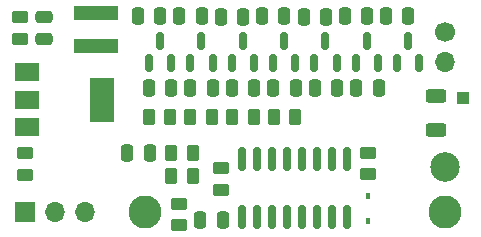
<source format=gts>
G04 #@! TF.GenerationSoftware,KiCad,Pcbnew,(5.99.0-10559-g8513ca974c)*
G04 #@! TF.CreationDate,2021-05-16T19:19:17+12:00*
G04 #@! TF.ProjectId,SafePulse,53616665-5075-46c7-9365-2e6b69636164,V1.2.2*
G04 #@! TF.SameCoordinates,Original*
G04 #@! TF.FileFunction,Soldermask,Top*
G04 #@! TF.FilePolarity,Negative*
%FSLAX46Y46*%
G04 Gerber Fmt 4.6, Leading zero omitted, Abs format (unit mm)*
G04 Created by KiCad (PCBNEW (5.99.0-10559-g8513ca974c)) date 2021-05-16 19:19:17*
%MOMM*%
%LPD*%
G01*
G04 APERTURE LIST*
G04 Aperture macros list*
%AMRoundRect*
0 Rectangle with rounded corners*
0 $1 Rounding radius*
0 $2 $3 $4 $5 $6 $7 $8 $9 X,Y pos of 4 corners*
0 Add a 4 corners polygon primitive as box body*
4,1,4,$2,$3,$4,$5,$6,$7,$8,$9,$2,$3,0*
0 Add four circle primitives for the rounded corners*
1,1,$1+$1,$2,$3*
1,1,$1+$1,$4,$5*
1,1,$1+$1,$6,$7*
1,1,$1+$1,$8,$9*
0 Add four rect primitives between the rounded corners*
20,1,$1+$1,$2,$3,$4,$5,0*
20,1,$1+$1,$4,$5,$6,$7,0*
20,1,$1+$1,$6,$7,$8,$9,0*
20,1,$1+$1,$8,$9,$2,$3,0*%
G04 Aperture macros list end*
%ADD10RoundRect,0.250000X-0.250000X-0.475000X0.250000X-0.475000X0.250000X0.475000X-0.250000X0.475000X0*%
%ADD11RoundRect,0.250000X0.450000X-0.262500X0.450000X0.262500X-0.450000X0.262500X-0.450000X-0.262500X0*%
%ADD12C,1.700000*%
%ADD13O,1.700000X1.700000*%
%ADD14C,2.500000*%
%ADD15C,2.800000*%
%ADD16RoundRect,0.150000X0.150000X-0.587500X0.150000X0.587500X-0.150000X0.587500X-0.150000X-0.587500X0*%
%ADD17RoundRect,0.250000X-0.450000X0.262500X-0.450000X-0.262500X0.450000X-0.262500X0.450000X0.262500X0*%
%ADD18RoundRect,0.250000X0.262500X0.450000X-0.262500X0.450000X-0.262500X-0.450000X0.262500X-0.450000X0*%
%ADD19RoundRect,0.250000X-0.475000X0.250000X-0.475000X-0.250000X0.475000X-0.250000X0.475000X0.250000X0*%
%ADD20R,1.700000X1.700000*%
%ADD21RoundRect,0.250000X-0.625000X0.312500X-0.625000X-0.312500X0.625000X-0.312500X0.625000X0.312500X0*%
%ADD22R,3.700000X1.200000*%
%ADD23RoundRect,0.250000X-0.262500X-0.450000X0.262500X-0.450000X0.262500X0.450000X-0.262500X0.450000X0*%
%ADD24RoundRect,0.150000X0.150000X-0.825000X0.150000X0.825000X-0.150000X0.825000X-0.150000X-0.825000X0*%
%ADD25R,2.000000X1.500000*%
%ADD26R,2.000000X3.800000*%
%ADD27R,0.450000X0.600000*%
%ADD28R,1.000000X1.000000*%
%ADD29RoundRect,0.250000X0.250000X0.475000X-0.250000X0.475000X-0.250000X-0.475000X0.250000X-0.475000X0*%
G04 APERTURE END LIST*
D10*
X145968666Y-65050000D03*
X147868666Y-65050000D03*
D11*
X128500000Y-72413500D03*
X128500000Y-70588500D03*
D12*
X164060000Y-60325000D03*
D13*
X164060000Y-62865000D03*
D10*
X142448333Y-65050000D03*
X144348333Y-65050000D03*
D14*
X164060000Y-71755000D03*
D15*
X164060000Y-75565000D03*
D16*
X156450000Y-62937500D03*
X158350000Y-62937500D03*
X157400000Y-61062500D03*
X142450000Y-62937500D03*
X144350000Y-62937500D03*
X143400000Y-61062500D03*
D10*
X148530000Y-59000000D03*
X150430000Y-59000000D03*
X149488999Y-65050000D03*
X151388999Y-65050000D03*
D17*
X157520000Y-70520000D03*
X157520000Y-72345000D03*
D10*
X145020000Y-59010000D03*
X146920000Y-59010000D03*
D16*
X138928000Y-62913500D03*
X140828000Y-62913500D03*
X139878000Y-61038500D03*
D18*
X147824498Y-67520000D03*
X145999498Y-67520000D03*
D11*
X128020000Y-60912500D03*
X128020000Y-59087500D03*
D18*
X151351499Y-67520000D03*
X149526499Y-67520000D03*
D17*
X145020000Y-71857500D03*
X145020000Y-73682500D03*
D10*
X153009332Y-65050000D03*
X154909332Y-65050000D03*
D16*
X149450000Y-62937500D03*
X151350000Y-62937500D03*
X150400000Y-61062500D03*
D15*
X138660000Y-75565000D03*
D16*
X152950000Y-62937500D03*
X154850000Y-62937500D03*
X153900000Y-61062500D03*
D10*
X138030000Y-58990000D03*
X139930000Y-58990000D03*
D19*
X130100000Y-59050000D03*
X130100000Y-60950000D03*
D20*
X128500000Y-75565000D03*
D13*
X131040000Y-75565000D03*
X133580000Y-75565000D03*
D21*
X163298000Y-65720500D03*
X163298000Y-68645500D03*
D10*
X156529665Y-65050000D03*
X158429665Y-65050000D03*
D18*
X142682500Y-72520000D03*
X140857500Y-72520000D03*
D10*
X138928000Y-65050000D03*
X140828000Y-65050000D03*
X152060000Y-59010000D03*
X153960000Y-59010000D03*
D22*
X134500000Y-58700000D03*
X134500000Y-61500000D03*
D11*
X141520000Y-76682500D03*
X141520000Y-74857500D03*
D23*
X138945500Y-67520000D03*
X140770500Y-67520000D03*
D10*
X159020000Y-59000000D03*
X160920000Y-59000000D03*
D18*
X144297499Y-67520000D03*
X142472499Y-67520000D03*
X142682500Y-70520000D03*
X140857500Y-70520000D03*
D10*
X155540000Y-59000000D03*
X157440000Y-59000000D03*
D24*
X146825000Y-75995000D03*
X148095000Y-75995000D03*
X149365000Y-75995000D03*
X150635000Y-75995000D03*
X151905000Y-75995000D03*
X153175000Y-75995000D03*
X154445000Y-75995000D03*
X155715000Y-75995000D03*
X155715000Y-71045000D03*
X154445000Y-71045000D03*
X153175000Y-71045000D03*
X151905000Y-71045000D03*
X150635000Y-71045000D03*
X149365000Y-71045000D03*
X148095000Y-71045000D03*
X146825000Y-71045000D03*
D25*
X128676000Y-63740000D03*
X128676000Y-68340000D03*
D26*
X134976000Y-66040000D03*
D25*
X128676000Y-66040000D03*
D16*
X159950000Y-62937500D03*
X161850000Y-62937500D03*
X160900000Y-61062500D03*
D27*
X157520000Y-76320000D03*
X157520000Y-74220000D03*
D28*
X165584000Y-65913000D03*
D29*
X139020000Y-70520000D03*
X137120000Y-70520000D03*
D10*
X141530000Y-58990000D03*
X143430000Y-58990000D03*
D16*
X145968666Y-62937500D03*
X147868666Y-62937500D03*
X146918666Y-61062500D03*
D10*
X143320000Y-76270000D03*
X145220000Y-76270000D03*
M02*

</source>
